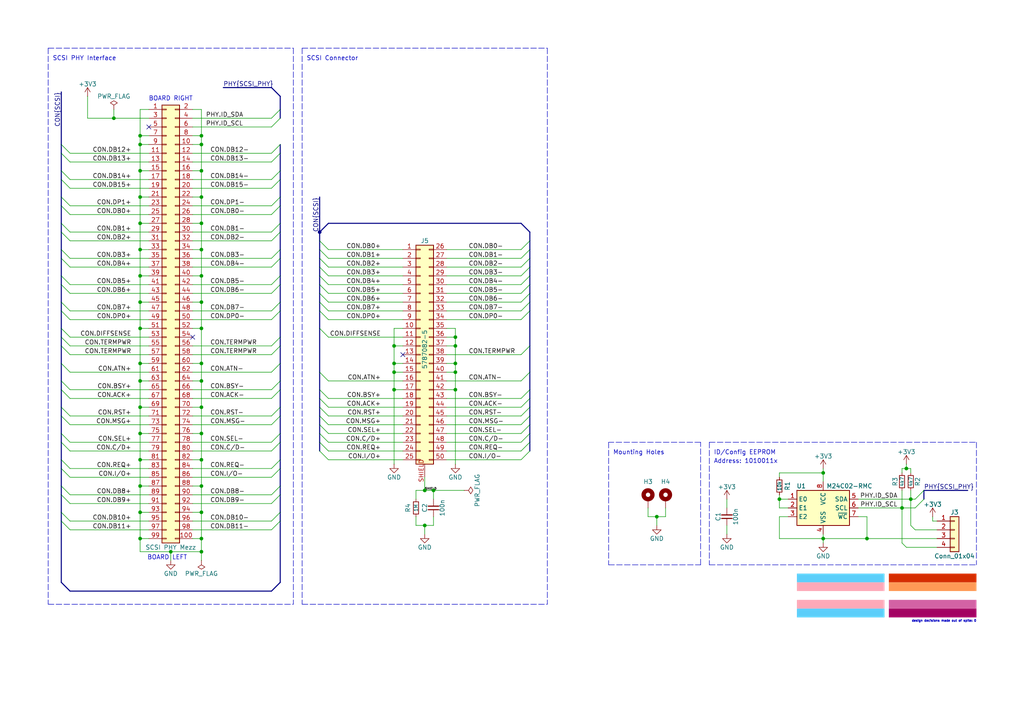
<source format=kicad_sch>
(kicad_sch (version 20231120) (generator "eeschema") (generator_version "8.0")
  (paper "A4")
  (title_block (title "Squishy -  SCSI LVD/MSE/SE HD 50 Connector Module") (date "2024-09-17") (rev "1") (company "Shrine Maiden Heavy Industries") (comment 1 "License:  CERN-OHL-S") (comment 2 "© 2024 Aki 'lethalbit' Van Ness, et. al.") (comment 4 "Squishy - SCSI Multitool"))
  (bus_alias "SCSI" (members "DB0+" "DB0-" "DB1+" "DB1-" "DB2+" "DB2-" "DB3+" "DB3-" "DB4+" "DB4-" "DB5+" "DB5-" "DB6+" "DB6-" "DB7+" "DB7-" "DB8+" "DB8-" "DB9+" "DB9-" "DB10+" "DB10-" "DB11+" "DB11-" "DB12+" "DB12-" "DB13+" "DB13-" "DB14+" "DB14-" "DB15+" "DB15-" "DP0+" "DP0-" "DP1+" "DP1-" "ATN+" "ATN-" "BSY+" "BSY-" "ACK+" "ACK-" "RST+" "RST-" "MSG+" "MSG-" "SEL+" "SEL-" "C/D+" "C/D-" "REQ+" "REQ-" "I/O+" "I/O-" "DIFFSENSE" "TERMPWR"))
  (bus_alias "SCSI_PHY" (members "DB[0..15]" "DP[0..1]" "ATN" "BSY" "ACK" "RST" "MSG" "SEL" "C/D" "REQ" "I/O" "ID_SDA" "ID_SCL" "~{PHY_PRSNT}" "TERMPW_EN" "LS_CTRL[0..5]" "DBL_DIR" "DBH_DIR" "INIT_DIR" "TRGT_DIR" "SEL_DIR" "RST_DIR" "BSY_DIR"))
  (junction (at 40.64 87.63))
  (junction (at 40.64 41.91))
  (junction (at 226.06 144.78))
  (junction (at 40.64 133.35))
  (junction (at 58.42 80.01))
  (junction (at 125.73 142.24))
  (junction (at 114.3 105.41))
  (junction (at 238.76 137.16))
  (junction (at 58.42 64.77))
  (junction (at 132.08 113.03))
  (junction (at 114.3 107.95))
  (junction (at 123.19 152.4))
  (junction (at 58.42 118.11))
  (junction (at 40.64 110.49))
  (junction (at 40.64 148.59))
  (junction (at 58.42 41.91))
  (junction (at 58.42 133.35))
  (junction (at 123.19 142.24))
  (junction (at 40.64 95.25))
  (junction (at 190.5 149.86))
  (junction (at 261.62 147.32))
  (junction (at 58.42 125.73))
  (junction (at 40.64 64.77))
  (junction (at 132.08 105.41))
  (junction (at 58.42 87.63))
  (junction (at 132.08 97.79))
  (junction (at 40.64 39.37))
  (junction (at 114.3 113.03))
  (junction (at 40.64 156.21))
  (junction (at 58.42 140.97))
  (junction (at 58.42 49.53))
  (junction (at 262.89 135.89))
  (junction (at 58.42 72.39))
  (junction (at 264.16 144.78))
  (junction (at 40.64 140.97))
  (junction (at 40.64 72.39))
  (junction (at 132.08 107.95))
  (junction (at 58.42 39.37))
  (junction (at 58.42 110.49))
  (junction (at 114.3 100.33))
  (junction (at 40.64 118.11))
  (junction (at 40.64 57.15))
  (junction (at 251.46 156.21))
  (junction (at 58.42 105.41))
  (junction (at 238.76 156.21))
  (junction (at 58.42 160.02))
  (junction (at 58.42 57.15))
  (junction (at 58.42 148.59))
  (junction (at 49.53 160.02))
  (junction (at 40.64 80.01))
  (junction (at 40.64 125.73))
  (junction (at 58.42 156.21))
  (junction (at 33.02 34.29))
  (junction (at 58.42 95.25))
  (junction (at 132.08 100.33))
  (junction (at 92.71 67.31))
  (junction (at 40.64 49.53))
  (junction (at 40.64 105.41))
  (no_connect (at 55.88 97.79))
  (no_connect (at 116.84 102.87))
  (no_connect (at 43.18 36.83))
  (bus_entry (at 17.78 44.45) (size 2.54 2.54))
  (bus_entry (at 81.28 82.55) (size -2.54 2.54))
  (bus_entry (at 92.71 77.47) (size 2.54 2.54))
  (bus_entry (at 153.67 107.95) (size -2.54 2.54))
  (bus_entry (at 153.67 115.57) (size -2.54 2.54))
  (bus_entry (at 17.78 135.89) (size 2.54 2.54))
  (bus_entry (at 81.28 80.01) (size -2.54 2.54))
  (bus_entry (at 92.71 82.55) (size 2.54 2.54))
  (bus_entry (at 17.78 74.93) (size 2.54 2.54))
  (bus_entry (at 92.71 87.63) (size 2.54 2.54))
  (bus_entry (at 81.28 100.33) (size -2.54 2.54))
  (bus_entry (at 92.71 123.19) (size 2.54 2.54))
  (bus_entry (at 153.67 77.47) (size -2.54 2.54))
  (bus_entry (at 81.28 64.77) (size -2.54 2.54))
  (bus_entry (at 81.28 135.89) (size -2.54 2.54))
  (bus_entry (at 17.78 95.25) (size 2.54 2.54))
  (bus_entry (at 267.97 144.78) (size -2.54 2.54))
  (bus_entry (at 153.67 130.81) (size -2.54 2.54))
  (bus_entry (at 81.28 97.79) (size -2.54 2.54))
  (bus_entry (at 153.67 118.11) (size -2.54 2.54))
  (bus_entry (at 81.28 128.27) (size -2.54 2.54))
  (bus_entry (at 81.28 118.11) (size -2.54 2.54))
  (bus_entry (at 92.71 107.95) (size 2.54 2.54))
  (bus_entry (at 17.78 125.73) (size 2.54 2.54))
  (bus_entry (at 81.28 110.49) (size -2.54 2.54))
  (bus_entry (at 81.28 143.51) (size -2.54 2.54))
  (bus_entry (at 153.67 87.63) (size -2.54 2.54))
  (bus_entry (at 17.78 140.97) (size 2.54 2.54))
  (bus_entry (at 17.78 49.53) (size 2.54 2.54))
  (bus_entry (at 81.28 125.73) (size -2.54 2.54))
  (bus_entry (at 153.67 85.09) (size -2.54 2.54))
  (bus_entry (at 17.78 118.11) (size 2.54 2.54))
  (bus_entry (at 17.78 64.77) (size 2.54 2.54))
  (bus_entry (at 153.67 72.39) (size -2.54 2.54))
  (bus_entry (at 92.71 113.03) (size 2.54 2.54))
  (bus_entry (at 92.71 130.81) (size 2.54 2.54))
  (bus_entry (at 81.28 52.07) (size -2.54 2.54))
  (bus_entry (at 92.71 74.93) (size 2.54 2.54))
  (bus_entry (at 81.28 74.93) (size -2.54 2.54))
  (bus_entry (at 153.67 90.17) (size -2.54 2.54))
  (bus_entry (at 153.67 120.65) (size -2.54 2.54))
  (bus_entry (at 92.71 128.27) (size 2.54 2.54))
  (bus_entry (at 81.28 90.17) (size -2.54 2.54))
  (bus_entry (at 17.78 87.63) (size 2.54 2.54))
  (bus_entry (at 81.28 87.63) (size -2.54 2.54))
  (bus_entry (at 17.78 82.55) (size 2.54 2.54))
  (bus_entry (at 153.67 82.55) (size -2.54 2.54))
  (bus_entry (at 17.78 148.59) (size 2.54 2.54))
  (bus_entry (at 17.78 57.15) (size 2.54 2.54))
  (bus_entry (at 153.67 125.73) (size -2.54 2.54))
  (bus_entry (at 17.78 59.69) (size 2.54 2.54))
  (bus_entry (at 81.28 44.45) (size -2.54 2.54))
  (bus_entry (at 267.97 142.24) (size -2.54 2.54))
  (bus_entry (at 17.78 90.17) (size 2.54 2.54))
  (bus_entry (at 92.71 118.11) (size 2.54 2.54))
  (bus_entry (at 81.28 59.69) (size -2.54 2.54))
  (bus_entry (at 17.78 113.03) (size 2.54 2.54))
  (bus_entry (at 92.71 95.25) (size 2.54 2.54))
  (bus_entry (at 153.67 123.19) (size -2.54 2.54))
  (bus_entry (at 17.78 105.41) (size 2.54 2.54))
  (bus_entry (at 92.71 120.65) (size 2.54 2.54))
  (bus_entry (at 81.28 113.03) (size -2.54 2.54))
  (bus_entry (at 17.78 52.07) (size 2.54 2.54))
  (bus_entry (at 17.78 110.49) (size 2.54 2.54))
  (bus_entry (at 17.78 72.39) (size 2.54 2.54))
  (bus_entry (at 153.67 69.85) (size -2.54 2.54))
  (bus_entry (at 153.67 128.27) (size -2.54 2.54))
  (bus_entry (at 81.28 120.65) (size -2.54 2.54))
  (bus_entry (at 81.28 34.29) (size -2.54 2.54))
  (bus_entry (at 92.71 125.73) (size 2.54 2.54))
  (bus_entry (at 81.28 57.15) (size -2.54 2.54))
  (bus_entry (at 17.78 80.01) (size 2.54 2.54))
  (bus_entry (at 17.78 41.91) (size 2.54 2.54))
  (bus_entry (at 153.67 113.03) (size -2.54 2.54))
  (bus_entry (at 81.28 41.91) (size -2.54 2.54))
  (bus_entry (at 92.71 69.85) (size 2.54 2.54))
  (bus_entry (at 17.78 151.13) (size 2.54 2.54))
  (bus_entry (at 153.67 74.93) (size -2.54 2.54))
  (bus_entry (at 92.71 115.57) (size 2.54 2.54))
  (bus_entry (at 92.71 72.39) (size 2.54 2.54))
  (bus_entry (at 81.28 31.75) (size -2.54 2.54))
  (bus_entry (at 81.28 151.13) (size -2.54 2.54))
  (bus_entry (at 81.28 72.39) (size -2.54 2.54))
  (bus_entry (at 92.71 90.17) (size 2.54 2.54))
  (bus_entry (at 81.28 148.59) (size -2.54 2.54))
  (bus_entry (at 17.78 97.79) (size 2.54 2.54))
  (bus_entry (at 92.71 85.09) (size 2.54 2.54))
  (bus_entry (at 17.78 100.33) (size 2.54 2.54))
  (bus_entry (at 81.28 49.53) (size -2.54 2.54))
  (bus_entry (at 17.78 120.65) (size 2.54 2.54))
  (bus_entry (at 153.67 100.33) (size -2.54 2.54))
  (bus_entry (at 153.67 80.01) (size -2.54 2.54))
  (bus_entry (at 92.71 80.01) (size 2.54 2.54))
  (bus_entry (at 17.78 67.31) (size 2.54 2.54))
  (bus_entry (at 17.78 128.27) (size 2.54 2.54))
  (bus_entry (at 17.78 133.35) (size 2.54 2.54))
  (bus_entry (at 81.28 105.41) (size -2.54 2.54))
  (bus_entry (at 81.28 67.31) (size -2.54 2.54))
  (bus_entry (at 81.28 140.97) (size -2.54 2.54))
  (bus_entry (at 17.78 143.51) (size 2.54 2.54))
  (bus_entry (at 81.28 133.35) (size -2.54 2.54))
  (bus (pts (xy 153.67 115.57) (xy 153.67 118.11)))
  (bus (pts (xy 95.25 64.77) (xy 151.13 64.77)))
  (wire (pts (xy 114.3 105.41) (xy 116.84 105.41)))
  (wire (pts (xy 20.32 92.71) (xy 43.18 92.71)))
  (bus (pts (xy 92.71 113.03) (xy 92.71 115.57)))
  (wire (pts (xy 20.32 67.31) (xy 43.18 67.31)))
  (wire (pts (xy 20.32 146.05) (xy 43.18 146.05)))
  (wire (pts (xy 55.88 156.21) (xy 58.42 156.21)))
  (wire (pts (xy 20.32 97.79) (xy 43.18 97.79)))
  (wire (pts (xy 55.88 31.75) (xy 58.42 31.75)))
  (wire (pts (xy 129.54 128.27) (xy 151.13 128.27)))
  (wire (pts (xy 78.74 115.57) (xy 55.88 115.57)))
  (wire (pts (xy 129.54 97.79) (xy 132.08 97.79)))
  (wire (pts (xy 78.74 102.87) (xy 55.88 102.87)))
  (wire (pts (xy 55.88 57.15) (xy 58.42 57.15)))
  (bus (pts (xy 81.28 120.65) (xy 81.28 125.73)))
  (wire (pts (xy 20.32 123.19) (xy 43.18 123.19)))
  (bus (pts (xy 92.71 123.19) (xy 92.71 125.73)))
  (wire (pts (xy 58.42 87.63) (xy 58.42 95.25)))
  (wire (pts (xy 132.08 105.41) (xy 132.08 107.95)))
  (bus (pts (xy 92.71 69.85) (xy 92.71 72.39)))
  (bus (pts (xy 81.28 82.55) (xy 81.28 87.63)))
  (wire (pts (xy 78.74 74.93) (xy 55.88 74.93)))
  (polyline (pts (xy 176.53 128.27) (xy 176.53 163.83)) (stroke (width 0) (type dash)))
  (bus (pts (xy 17.78 95.25) (xy 17.78 97.79)))
  (wire (pts (xy 226.06 143.51) (xy 226.06 144.78)))
  (wire (pts (xy 129.54 133.35) (xy 151.13 133.35)))
  (bus (pts (xy 81.28 97.79) (xy 81.28 100.33)))
  (wire (pts (xy 129.54 125.73) (xy 151.13 125.73)))
  (bus (pts (xy 153.67 80.01) (xy 153.67 82.55)))
  (wire (pts (xy 20.32 62.23) (xy 43.18 62.23)))
  (wire (pts (xy 129.54 120.65) (xy 151.13 120.65)))
  (wire (pts (xy 251.46 149.86) (xy 251.46 156.21)))
  (wire (pts (xy 264.16 142.24) (xy 264.16 144.78)))
  (wire (pts (xy 55.88 110.49) (xy 58.42 110.49)))
  (wire (pts (xy 49.53 160.02) (xy 49.53 162.56)))
  (wire (pts (xy 55.88 41.91) (xy 58.42 41.91)))
  (wire (pts (xy 78.74 113.03) (xy 55.88 113.03)))
  (bus (pts (xy 92.71 115.57) (xy 92.71 118.11)))
  (wire (pts (xy 78.74 153.67) (xy 55.88 153.67)))
  (wire (pts (xy 78.74 62.23) (xy 55.88 62.23)))
  (wire (pts (xy 25.4 27.94) (xy 25.4 34.29)))
  (wire (pts (xy 43.18 57.15) (xy 40.64 57.15)))
  (bus (pts (xy 81.28 100.33) (xy 81.28 105.41)))
  (bus (pts (xy 20.32 171.45) (xy 78.74 171.45)))
  (bus (pts (xy 17.78 133.35) (xy 17.78 135.89)))
  (wire (pts (xy 33.02 34.29) (xy 43.18 34.29)))
  (bus (pts (xy 81.28 118.11) (xy 81.28 120.65)))
  (wire (pts (xy 40.64 64.77) (xy 40.64 72.39)))
  (wire (pts (xy 270.51 151.13) (xy 271.78 151.13)))
  (wire (pts (xy 270.51 149.86) (xy 270.51 151.13)))
  (wire (pts (xy 20.32 69.85) (xy 43.18 69.85)))
  (bus (pts (xy 153.67 125.73) (xy 153.67 128.27)))
  (wire (pts (xy 58.42 41.91) (xy 58.42 49.53)))
  (wire (pts (xy 129.54 115.57) (xy 151.13 115.57)))
  (wire (pts (xy 116.84 95.25) (xy 114.3 95.25)))
  (wire (pts (xy 114.3 107.95) (xy 114.3 113.03)))
  (wire (pts (xy 95.25 128.27) (xy 116.84 128.27)))
  (polyline (pts (xy 87.63 13.97) (xy 87.63 175.26)) (stroke (width 0) (type dash)))
  (wire (pts (xy 78.74 67.31) (xy 55.88 67.31)))
  (bus (pts (xy 17.78 120.65) (xy 17.78 125.73)))
  (bus (pts (xy 81.28 128.27) (xy 81.28 133.35)))
  (wire (pts (xy 40.64 49.53) (xy 40.64 57.15)))
  (bus (pts (xy 81.28 64.77) (xy 81.28 67.31)))
  (wire (pts (xy 265.43 153.67) (xy 264.16 152.4)))
  (bus (pts (xy 153.67 74.93) (xy 153.67 77.47)))
  (wire (pts (xy 114.3 113.03) (xy 114.3 134.62)))
  (wire (pts (xy 40.64 160.02) (xy 49.53 160.02)))
  (wire (pts (xy 20.32 77.47) (xy 43.18 77.47)))
  (wire (pts (xy 40.64 72.39) (xy 40.64 80.01)))
  (bus (pts (xy 81.28 59.69) (xy 81.28 64.77)))
  (bus (pts (xy 81.28 49.53) (xy 81.28 52.07)))
  (wire (pts (xy 25.4 34.29) (xy 33.02 34.29)))
  (wire (pts (xy 58.42 80.01) (xy 58.42 87.63)))
  (wire (pts (xy 43.18 95.25) (xy 40.64 95.25)))
  (wire (pts (xy 129.54 95.25) (xy 132.08 95.25)))
  (bus (pts (xy 17.78 105.41) (xy 17.78 110.49)))
  (bus (pts (xy 81.28 27.94) (xy 81.28 31.75)))
  (bus (pts (xy 153.67 69.85) (xy 153.67 72.39)))
  (wire (pts (xy 226.06 149.86) (xy 226.06 156.21)))
  (wire (pts (xy 78.74 77.47) (xy 55.88 77.47)))
  (wire (pts (xy 78.74 85.09) (xy 55.88 85.09)))
  (polyline (pts (xy 158.75 13.97) (xy 158.75 175.26)) (stroke (width 0) (type dash)))
  (wire (pts (xy 40.64 41.91) (xy 40.64 49.53)))
  (bus (pts (xy 17.78 118.11) (xy 17.78 120.65)))
  (wire (pts (xy 78.74 90.17) (xy 55.88 90.17)))
  (wire (pts (xy 33.02 31.75) (xy 33.02 34.29)))
  (wire (pts (xy 114.3 95.25) (xy 114.3 100.33)))
  (bus (pts (xy 17.78 110.49) (xy 17.78 113.03)))
  (wire (pts (xy 262.89 135.89) (xy 264.16 135.89)))
  (wire (pts (xy 55.88 87.63) (xy 58.42 87.63)))
  (wire (pts (xy 55.88 125.73) (xy 58.42 125.73)))
  (bus (pts (xy 81.28 31.75) (xy 81.28 34.29)))
  (wire (pts (xy 187.96 147.32) (xy 187.96 149.86)))
  (wire (pts (xy 226.06 144.78) (xy 228.6 144.78)))
  (wire (pts (xy 55.88 72.39) (xy 58.42 72.39)))
  (wire (pts (xy 114.3 105.41) (xy 114.3 107.95)))
  (bus (pts (xy 267.97 142.24) (xy 280.67 142.24)))
  (bus (pts (xy 153.67 67.31) (xy 153.67 69.85)))
  (wire (pts (xy 262.89 134.62) (xy 262.89 135.89)))
  (wire (pts (xy 95.25 85.09) (xy 116.84 85.09)))
  (wire (pts (xy 58.42 49.53) (xy 58.42 57.15)))
  (wire (pts (xy 129.54 105.41) (xy 132.08 105.41)))
  (wire (pts (xy 251.46 156.21) (xy 271.78 156.21)))
  (wire (pts (xy 43.18 64.77) (xy 40.64 64.77)))
  (bus (pts (xy 17.78 135.89) (xy 17.78 140.97)))
  (wire (pts (xy 271.78 153.67) (xy 265.43 153.67)))
  (wire (pts (xy 129.54 130.81) (xy 151.13 130.81)))
  (bus (pts (xy 153.67 87.63) (xy 153.67 90.17)))
  (wire (pts (xy 78.74 120.65) (xy 55.88 120.65)))
  (wire (pts (xy 58.42 95.25) (xy 58.42 105.41)))
  (polyline (pts (xy 13.97 13.97) (xy 13.97 175.26)) (stroke (width 0) (type dash)))
  (wire (pts (xy 43.18 110.49) (xy 40.64 110.49)))
  (wire (pts (xy 78.74 128.27) (xy 55.88 128.27)))
  (bus (pts (xy 81.28 80.01) (xy 81.28 82.55)))
  (wire (pts (xy 58.42 156.21) (xy 58.42 160.02)))
  (wire (pts (xy 129.54 82.55) (xy 151.13 82.55)))
  (polyline (pts (xy 85.09 13.97) (xy 85.09 175.26)) (stroke (width 0) (type dash)))
  (bus (pts (xy 17.78 49.53) (xy 17.78 52.07)))
  (wire (pts (xy 55.88 118.11) (xy 58.42 118.11)))
  (wire (pts (xy 78.74 46.99) (xy 55.88 46.99)))
  (wire (pts (xy 40.64 110.49) (xy 40.64 118.11)))
  (wire (pts (xy 20.32 128.27) (xy 43.18 128.27)))
  (wire (pts (xy 55.88 36.83) (xy 78.74 36.83)))
  (bus (pts (xy 151.13 64.77) (xy 153.67 67.31)))
  (wire (pts (xy 20.32 113.03) (xy 43.18 113.03)))
  (wire (pts (xy 55.88 105.41) (xy 58.42 105.41)))
  (wire (pts (xy 95.25 125.73) (xy 116.84 125.73)))
  (wire (pts (xy 95.25 133.35) (xy 116.84 133.35)))
  (wire (pts (xy 55.88 39.37) (xy 58.42 39.37)))
  (wire (pts (xy 40.64 133.35) (xy 40.64 140.97)))
  (bus (pts (xy 153.67 72.39) (xy 153.67 74.93)))
  (wire (pts (xy 55.88 80.01) (xy 58.42 80.01)))
  (wire (pts (xy 20.32 85.09) (xy 43.18 85.09)))
  (bus (pts (xy 153.67 123.19) (xy 153.67 125.73)))
  (wire (pts (xy 261.62 147.32) (xy 265.43 147.32)))
  (wire (pts (xy 58.42 140.97) (xy 58.42 148.59)))
  (wire (pts (xy 43.18 72.39) (xy 40.64 72.39)))
  (wire (pts (xy 129.54 100.33) (xy 132.08 100.33)))
  (wire (pts (xy 40.64 31.75) (xy 40.64 39.37)))
  (bus (pts (xy 81.28 67.31) (xy 81.28 72.39)))
  (wire (pts (xy 129.54 118.11) (xy 151.13 118.11)))
  (wire (pts (xy 95.25 118.11) (xy 116.84 118.11)))
  (polyline (pts (xy 203.2 163.83) (xy 203.2 128.27)) (stroke (width 0) (type dash)))
  (wire (pts (xy 125.73 149.86) (xy 125.73 152.4)))
  (wire (pts (xy 95.25 120.65) (xy 116.84 120.65)))
  (wire (pts (xy 43.18 125.73) (xy 40.64 125.73)))
  (wire (pts (xy 125.73 144.78) (xy 125.73 142.24)))
  (wire (pts (xy 55.88 133.35) (xy 58.42 133.35)))
  (bus (pts (xy 17.78 140.97) (xy 17.78 143.51)))
  (bus (pts (xy 17.78 148.59) (xy 17.78 151.13)))
  (wire (pts (xy 95.25 82.55) (xy 116.84 82.55)))
  (bus (pts (xy 81.28 135.89) (xy 81.28 140.97)))
  (bus (pts (xy 92.71 85.09) (xy 92.71 87.63)))
  (wire (pts (xy 20.32 120.65) (xy 43.18 120.65)))
  (wire (pts (xy 132.08 95.25) (xy 132.08 97.79)))
  (wire (pts (xy 55.88 148.59) (xy 58.42 148.59)))
  (wire (pts (xy 210.82 152.4) (xy 210.82 154.94)))
  (polyline (pts (xy 205.74 163.83) (xy 283.21 163.83)) (stroke (width 0) (type dash)))
  (polyline (pts (xy 13.97 175.26) (xy 85.09 175.26)) (stroke (width 0) (type dash)))
  (wire (pts (xy 132.08 100.33) (xy 132.08 105.41)))
  (bus (pts (xy 17.78 168.91) (xy 20.32 171.45)))
  (polyline (pts (xy 176.53 163.83) (xy 203.2 163.83)) (stroke (width 0) (type dash)))
  (wire (pts (xy 120.65 144.78) (xy 120.65 142.24)))
  (bus (pts (xy 92.71 67.31) (xy 92.71 69.85)))
  (wire (pts (xy 95.25 110.49) (xy 116.84 110.49)))
  (bus (pts (xy 153.67 107.95) (xy 153.67 113.03)))
  (polyline (pts (xy 13.97 13.97) (xy 85.09 13.97)) (stroke (width 0) (type dash)))
  (wire (pts (xy 20.32 153.67) (xy 43.18 153.67)))
  (wire (pts (xy 95.25 97.79) (xy 116.84 97.79)))
  (wire (pts (xy 123.19 142.24) (xy 125.73 142.24)))
  (wire (pts (xy 120.65 142.24) (xy 123.19 142.24)))
  (bus (pts (xy 17.78 64.77) (xy 17.78 67.31)))
  (polyline (pts (xy 205.74 128.27) (xy 283.21 128.27)) (stroke (width 0) (type dash)))
  (wire (pts (xy 43.18 80.01) (xy 40.64 80.01)))
  (wire (pts (xy 20.32 135.89) (xy 43.18 135.89)))
  (wire (pts (xy 95.25 74.93) (xy 116.84 74.93)))
  (wire (pts (xy 226.06 156.21) (xy 238.76 156.21)))
  (wire (pts (xy 78.74 138.43) (xy 55.88 138.43)))
  (bus (pts (xy 17.78 100.33) (xy 17.78 105.41)))
  (bus (pts (xy 17.78 72.39) (xy 17.78 74.93)))
  (wire (pts (xy 132.08 107.95) (xy 132.08 113.03)))
  (wire (pts (xy 271.78 158.75) (xy 262.89 158.75)))
  (wire (pts (xy 95.25 72.39) (xy 116.84 72.39)))
  (wire (pts (xy 114.3 113.03) (xy 116.84 113.03)))
  (wire (pts (xy 261.62 135.89) (xy 261.62 137.16)))
  (wire (pts (xy 129.54 87.63) (xy 151.13 87.63)))
  (bus (pts (xy 92.71 95.25) (xy 92.71 107.95)))
  (wire (pts (xy 20.32 100.33) (xy 43.18 100.33)))
  (bus (pts (xy 81.28 72.39) (xy 81.28 74.93)))
  (wire (pts (xy 95.25 92.71) (xy 116.84 92.71)))
  (bus (pts (xy 17.78 82.55) (xy 17.78 87.63)))
  (bus (pts (xy 17.78 44.45) (xy 17.78 49.53)))
  (bus (pts (xy 92.71 67.31) (xy 92.71 57.15)))
  (bus (pts (xy 92.71 128.27) (xy 92.71 130.81)))
  (bus (pts (xy 153.67 128.27) (xy 153.67 130.81)))
  (bus (pts (xy 17.78 90.17) (xy 17.78 95.25)))
  (bus (pts (xy 17.78 52.07) (xy 17.78 57.15)))
  (bus (pts (xy 267.97 144.78) (xy 267.97 142.24)))
  (wire (pts (xy 95.25 80.01) (xy 116.84 80.01)))
  (wire (pts (xy 129.54 92.71) (xy 151.13 92.71)))
  (bus (pts (xy 81.28 87.63) (xy 81.28 90.17)))
  (wire (pts (xy 55.88 34.29) (xy 78.74 34.29)))
  (bus (pts (xy 17.78 97.79) (xy 17.78 100.33)))
  (wire (pts (xy 40.64 80.01) (xy 40.64 87.63)))
  (bus (pts (xy 81.28 41.91) (xy 81.28 44.45)))
  (bus (pts (xy 17.78 87.63) (xy 17.78 90.17)))
  (wire (pts (xy 132.08 97.79) (xy 132.08 100.33)))
  (bus (pts (xy 78.74 171.45) (xy 81.28 168.91)))
  (bus (pts (xy 81.28 57.15) (xy 81.28 59.69)))
  (bus (pts (xy 17.78 113.03) (xy 17.78 118.11)))
  (wire (pts (xy 78.74 92.71) (xy 55.88 92.71)))
  (wire (pts (xy 95.25 123.19) (xy 116.84 123.19)))
  (wire (pts (xy 58.42 57.15) (xy 58.42 64.77)))
  (wire (pts (xy 129.54 74.93) (xy 151.13 74.93)))
  (wire (pts (xy 55.88 140.97) (xy 58.42 140.97)))
  (bus (pts (xy 78.74 25.4) (xy 81.28 27.94)))
  (wire (pts (xy 58.42 31.75) (xy 58.42 39.37)))
  (bus (pts (xy 81.28 90.17) (xy 81.28 97.79)))
  (wire (pts (xy 125.73 142.24) (xy 134.62 142.24)))
  (wire (pts (xy 20.32 138.43) (xy 43.18 138.43)))
  (wire (pts (xy 114.3 100.33) (xy 116.84 100.33)))
  (wire (pts (xy 95.25 90.17) (xy 116.84 90.17)))
  (wire (pts (xy 20.32 82.55) (xy 43.18 82.55)))
  (wire (pts (xy 58.42 118.11) (xy 58.42 125.73)))
  (wire (pts (xy 40.64 118.11) (xy 40.64 125.73)))
  (bus (pts (xy 92.71 90.17) (xy 92.71 95.25)))
  (wire (pts (xy 40.64 156.21) (xy 40.64 160.02)))
  (bus (pts (xy 92.71 118.11) (xy 92.71 120.65)))
  (wire (pts (xy 238.76 154.94) (xy 238.76 156.21)))
  (wire (pts (xy 20.32 115.57) (xy 43.18 115.57)))
  (wire (pts (xy 55.88 95.25) (xy 58.42 95.25)))
  (wire (pts (xy 129.54 77.47) (xy 151.13 77.47)))
  (bus (pts (xy 17.78 41.91) (xy 17.78 44.45)))
  (wire (pts (xy 120.65 152.4) (xy 123.19 152.4)))
  (bus (pts (xy 92.71 120.65) (xy 92.71 123.19)))
  (wire (pts (xy 264.16 144.78) (xy 264.16 152.4)))
  (bus (pts (xy 92.71 107.95) (xy 92.71 113.03)))
  (wire (pts (xy 78.74 59.69) (xy 55.88 59.69)))
  (wire (pts (xy 264.16 135.89) (xy 264.16 137.16)))
  (wire (pts (xy 78.74 146.05) (xy 55.88 146.05)))
  (wire (pts (xy 129.54 113.03) (xy 132.08 113.03)))
  (wire (pts (xy 78.74 130.81) (xy 55.88 130.81)))
  (wire (pts (xy 78.74 151.13) (xy 55.88 151.13)))
  (bus (pts (xy 81.28 125.73) (xy 81.28 128.27)))
  (wire (pts (xy 40.64 148.59) (xy 40.64 156.21)))
  (wire (pts (xy 193.04 147.32) (xy 193.04 149.86)))
  (wire (pts (xy 95.25 77.47) (xy 116.84 77.47)))
  (bus (pts (xy 92.71 125.73) (xy 92.71 128.27)))
  (wire (pts (xy 58.42 160.02) (xy 58.42 162.56)))
  (wire (pts (xy 58.42 148.59) (xy 58.42 156.21)))
  (wire (pts (xy 226.06 137.16) (xy 226.06 138.43)))
  (wire (pts (xy 129.54 110.49) (xy 151.13 110.49)))
  (wire (pts (xy 123.19 154.94) (xy 123.19 152.4)))
  (wire (pts (xy 43.18 87.63) (xy 40.64 87.63)))
  (wire (pts (xy 129.54 107.95) (xy 132.08 107.95)))
  (wire (pts (xy 238.76 135.89) (xy 238.76 137.16)))
  (wire (pts (xy 40.64 140.97) (xy 40.64 148.59)))
  (wire (pts (xy 114.3 100.33) (xy 114.3 105.41)))
  (wire (pts (xy 151.13 102.87) (xy 129.54 102.87)))
  (wire (pts (xy 78.74 69.85) (xy 55.88 69.85)))
  (wire (pts (xy 20.32 54.61) (xy 43.18 54.61)))
  (bus (pts (xy 81.28 110.49) (xy 81.28 113.03)))
  (bus (pts (xy 153.67 77.47) (xy 153.67 80.01)))
  (wire (pts (xy 190.5 149.86) (xy 193.04 149.86)))
  (wire (pts (xy 58.42 39.37) (xy 58.42 41.91)))
  (bus (pts (xy 153.67 90.17) (xy 153.67 100.33)))
  (wire (pts (xy 248.92 147.32) (xy 261.62 147.32)))
  (wire (pts (xy 78.74 123.19) (xy 55.88 123.19)))
  (bus (pts (xy 81.28 151.13) (xy 81.28 168.91)))
  (wire (pts (xy 20.32 90.17) (xy 43.18 90.17)))
  (wire (pts (xy 20.32 74.93) (xy 43.18 74.93)))
  (wire (pts (xy 132.08 113.03) (xy 132.08 134.62)))
  (wire (pts (xy 43.18 31.75) (xy 40.64 31.75)))
  (wire (pts (xy 261.62 142.24) (xy 261.62 147.32)))
  (wire (pts (xy 58.42 72.39) (xy 58.42 80.01)))
  (wire (pts (xy 40.64 105.41) (xy 43.18 105.41)))
  (wire (pts (xy 78.74 143.51) (xy 55.88 143.51)))
  (wire (pts (xy 190.5 149.86) (xy 190.5 152.4)))
  (wire (pts (xy 40.64 125.73) (xy 40.64 133.35)))
  (wire (pts (xy 95.25 87.63) (xy 116.84 87.63)))
  (bus (pts (xy 153.67 82.55) (xy 153.67 85.09)))
  (wire (pts (xy 40.64 156.21) (xy 43.18 156.21)))
  (bus (pts (xy 17.78 125.73) (xy 17.78 128.27)))
  (bus (pts (xy 92.71 77.47) (xy 92.71 80.01)))
  (bus (pts (xy 81.28 44.45) (xy 81.28 49.53)))
  (wire (pts (xy 226.06 147.32) (xy 228.6 147.32)))
  (bus (pts (xy 17.78 57.15) (xy 17.78 59.69)))
  (wire (pts (xy 43.18 118.11) (xy 40.64 118.11)))
  (wire (pts (xy 262.89 158.75) (xy 261.62 157.48)))
  (wire (pts (xy 261.62 135.89) (xy 262.89 135.89)))
  (bus (pts (xy 81.28 133.35) (xy 81.28 135.89)))
  (wire (pts (xy 78.74 44.45) (xy 55.88 44.45)))
  (wire (pts (xy 129.54 85.09) (xy 151.13 85.09)))
  (wire (pts (xy 20.32 102.87) (xy 43.18 102.87)))
  (wire (pts (xy 226.06 149.86) (xy 228.6 149.86)))
  (wire (pts (xy 123.19 138.43) (xy 123.19 142.24)))
  (wire (pts (xy 78.74 100.33) (xy 55.88 100.33)))
  (bus (pts (xy 92.71 87.63) (xy 92.71 90.17)))
  (bus (pts (xy 92.71 74.93) (xy 92.71 77.47)))
  (wire (pts (xy 120.65 149.86) (xy 120.65 152.4)))
  (bus (pts (xy 17.78 26.67) (xy 17.78 41.91)))
  (wire (pts (xy 20.32 46.99) (xy 43.18 46.99)))
  (wire (pts (xy 43.18 41.91) (xy 40.64 41.91)))
  (polyline (pts (xy 87.63 175.26) (xy 158.75 175.26)) (stroke (width 0) (type dash)))
  (bus (pts (xy 17.78 67.31) (xy 17.78 72.39)))
  (wire (pts (xy 95.25 130.81) (xy 116.84 130.81)))
  (wire (pts (xy 20.32 143.51) (xy 43.18 143.51)))
  (wire (pts (xy 238.76 156.21) (xy 251.46 156.21)))
  (wire (pts (xy 58.42 133.35) (xy 58.42 140.97)))
  (wire (pts (xy 238.76 156.21) (xy 238.76 157.48)))
  (bus (pts (xy 153.67 118.11) (xy 153.67 120.65)))
  (wire (pts (xy 40.64 148.59) (xy 43.18 148.59)))
  (bus (pts (xy 92.71 67.31) (xy 95.25 64.77)))
  (bus (pts (xy 17.78 74.93) (xy 17.78 80.01)))
  (bus (pts (xy 81.28 148.59) (xy 81.28 151.13)))
  (bus (pts (xy 92.71 72.39) (xy 92.71 74.93)))
  (bus (pts (xy 17.78 151.13) (xy 17.78 168.91)))
  (wire (pts (xy 226.06 137.16) (xy 238.76 137.16)))
  (bus (pts (xy 81.28 52.07) (xy 81.28 57.15)))
  (wire (pts (xy 40.64 105.41) (xy 40.64 110.49)))
  (polyline (pts (xy 205.74 128.27) (xy 205.74 163.83)) (stroke (width 0) (type dash)))
  (wire (pts (xy 129.54 123.19) (xy 151.13 123.19)))
  (bus (pts (xy 153.67 113.03) (xy 153.67 115.57)))
  (wire (pts (xy 20.32 44.45) (xy 43.18 44.45)))
  (wire (pts (xy 40.64 39.37) (xy 40.64 41.91)))
  (wire (pts (xy 58.42 110.49) (xy 58.42 118.11)))
  (wire (pts (xy 261.62 147.32) (xy 261.62 157.48)))
  (bus (pts (xy 17.78 80.01) (xy 17.78 82.55)))
  (wire (pts (xy 264.16 144.78) (xy 265.43 144.78)))
  (polyline (pts (xy 283.21 128.27) (xy 283.21 163.83)) (stroke (width 0) (type dash)))
  (wire (pts (xy 58.42 64.77) (xy 58.42 72.39)))
  (wire (pts (xy 55.88 49.53) (xy 58.42 49.53)))
  (wire (pts (xy 129.54 90.17) (xy 151.13 90.17)))
  (wire (pts (xy 40.64 95.25) (xy 40.64 105.41)))
  (wire (pts (xy 248.92 144.78) (xy 264.16 144.78)))
  (wire (pts (xy 43.18 49.53) (xy 40.64 49.53)))
  (wire (pts (xy 40.64 39.37) (xy 43.18 39.37)))
  (wire (pts (xy 78.74 107.95) (xy 55.88 107.95)))
  (wire (pts (xy 187.96 149.86) (xy 190.5 149.86)))
  (wire (pts (xy 226.06 144.78) (xy 226.06 147.32)))
  (wire (pts (xy 78.74 54.61) (xy 55.88 54.61)))
  (wire (pts (xy 114.3 107.95) (xy 116.84 107.95)))
  (bus (pts (xy 92.71 82.55) (xy 92.71 85.09)))
  (bus (pts (xy 81.28 74.93) (xy 81.28 80.01)))
  (wire (pts (xy 20.32 59.69) (xy 43.18 59.69)))
  (bus (pts (xy 81.28 140.97) (xy 81.28 143.51)))
  (bus (pts (xy 81.28 143.51) (xy 81.28 148.59)))
  (wire (pts (xy 43.18 133.35) (xy 40.64 133.35)))
  (wire (pts (xy 20.32 107.95) (xy 43.18 107.95)))
  (wire (pts (xy 95.25 115.57) (xy 116.84 115.57)))
  (wire (pts (xy 20.32 52.07) (xy 43.18 52.07)))
  (wire (pts (xy 129.54 72.39) (xy 151.13 72.39)))
  (wire (pts (xy 129.54 80.01) (xy 151.13 80.01)))
  (wire (pts (xy 20.32 151.13) (xy 43.18 151.13)))
  (bus (pts (xy 64.77 25.4) (xy 78.74 25.4)))
  (wire (pts (xy 40.64 87.63) (xy 40.64 95.25)))
  (wire (pts (xy 248.92 149.86) (xy 251.46 149.86)))
  (wire (pts (xy 78.74 82.55) (xy 55.88 82.55)))
  (wire (pts (xy 20.32 130.81) (xy 43.18 130.81)))
  (wire (pts (xy 43.18 140.97) (xy 40.64 140.97)))
  (bus (pts (xy 153.67 120.65) (xy 153.67 123.19)))
  (bus (pts (xy 17.78 143.51) (xy 17.78 148.59)))
  (bus (pts (xy 153.67 100.33) (xy 153.67 107.95)))
  (wire (pts (xy 40.64 57.15) (xy 40.64 64.77)))
  (wire (pts (xy 210.82 147.32) (xy 210.82 144.78)))
  (wire (pts (xy 78.74 135.89) (xy 55.88 135.89)))
  (polyline (pts (xy 87.63 13.97) (xy 158.75 13.97)) (stroke (width 0) (type dash)))
  (bus (pts (xy 81.28 113.03) (xy 81.28 118.11)))
  (wire (pts (xy 58.42 125.73) (xy 58.42 133.35)))
  (wire (pts (xy 49.53 160.02) (xy 58.42 160.02)))
  (bus (pts (xy 153.67 85.09) (xy 153.67 87.63)))
  (bus (pts (xy 17.78 128.27) (xy 17.78 133.35)))
  (wire (pts (xy 55.88 64.77) (xy 58.42 64.77)))
  (wire (pts (xy 238.76 137.16) (xy 238.76 139.7)))
  (wire (pts (xy 78.74 52.07) (xy 55.88 52.07)))
  (polyline (pts (xy 203.2 128.27) (xy 176.53 128.27)) (stroke (width 0) (type dash)))
  (bus (pts (xy 92.71 80.01) (xy 92.71 82.55)))
  (bus (pts (xy 81.28 105.41) (xy 81.28 110.49)))
  (wire (pts (xy 58.42 105.41) (xy 58.42 110.49)))
  (bus (pts (xy 17.78 59.69) (xy 17.78 64.77)))
  (wire (pts (xy 123.19 152.4) (xy 125.73 152.4)))
  (text "Address: 1010011x" (at 207.01 133.858 0) (effects (font (size 1.27 1.27)) (justify left)))
  (text "Mounting Holes\n" (at 177.8 132.08 0) (effects (font (size 1.27 1.27)) (justify left bottom)))
  (text "BOARD RIGHT" (at 49.53 28.702 0) (effects (font (size 1.27 1.27))))
  (text "BOARD LEFT" (at 48.514 161.798 0) (effects (font (size 1.27 1.27))))
  (text "SCSI Connector" (at 88.9 17.78 0) (effects (font (size 1.27 1.27)) (justify left bottom)))
  (text "ID/Config EEPROM" (at 207.01 132.08 0) (effects (font (size 1.27 1.27)) (justify left bottom)))
  (text "SCSI PHY Interface" (at 15.24 17.78 0) (effects (font (size 1.27 1.27)) (justify left bottom)))
  (text "design decisions made out of spite: 0" (at 264.414 180.594 0) (effects (font (size 0.635 0.635)) (justify left bottom)))
  (label "CON.DP1-" (at 60.96 59.69 0))
  (label "CON.DB9-" (at 60.96 146.05 0))
  (label "CON.DB13-" (at 60.96 46.99 0))
  (label "CON.DB0+" (at 38.1 62.23 180))
  (label "CON.ACK-" (at 135.89 118.11 0))
  (label "CON.DB11-" (at 60.96 153.67 0))
  (label "CON.DIFFSENSE" (at 38.1 97.79 180))
  (label "CON.DB15+" (at 38.1 54.61 180))
  (label "CON.DB6+" (at 110.49 87.63 180))
  (label "CON.SEL-" (at 135.89 125.73 0))
  (label "CON.DB11+" (at 38.1 153.67 180))
  (label "CON.SEL-" (at 60.96 128.27 0))
  (label "CON.DB10-" (at 60.96 151.13 0))
  (label "CON.I{slash}O-" (at 60.96 138.43 0))
  (label "CON.DB3-" (at 60.96 74.93 0))
  (label "CON.REQ+" (at 38.1 135.89 180))
  (label "CON.ATN+" (at 38.1 107.95 180))
  (label "CON.DB0-" (at 135.89 72.39 0))
  (label "PHY{SCSI_PHY}" (at 64.77 25.4 0))
  (label "CON.BSY-" (at 60.96 113.03 0))
  (label "CON.BSY+" (at 38.1 113.03 180))
  (label "CON.ATN-" (at 135.89 110.49 0))
  (label "CON.MSG-" (at 135.89 123.19 0))
  (label "CON.ACK-" (at 60.96 115.57 0))
  (label "CON.DB7-" (at 135.89 90.17 0))
  (label "CON.DB14-" (at 60.96 52.07 0))
  (label "CON.DB4-" (at 60.96 77.47 0))
  (label "CON.REQ-" (at 60.96 135.89 0))
  (label "CON.ATN+" (at 110.49 110.49 180))
  (label "CON.DB10+" (at 38.1 151.13 180))
  (label "CON.ATN-" (at 60.96 107.95 0))
  (label "PHY{SCSI_PHY}" (at 267.97 142.24 0))
  (label "CON.DB2-" (at 60.96 69.85 0))
  (label "CON.DP0-" (at 60.96 92.71 0))
  (label "CON.BSY-" (at 135.89 115.57 0))
  (label "CON.DB0+" (at 110.49 72.39 180))
  (label "CON.MSG-" (at 60.96 123.19 0))
  (label "CON.DB12+" (at 38.1 44.45 180))
  (label "CON.DB5+" (at 38.1 82.55 180))
  (label "CON.DB15-" (at 60.96 54.61 0))
  (label "CON.DP0-" (at 135.89 92.71 0))
  (label "CON.DB5+" (at 110.49 85.09 180))
  (label "CON.DB8-" (at 60.96 143.51 0))
  (label "PHY.ID_SDA" (at 59.69 34.29 0))
  (label "SHIELD" (at 123.19 142.24 0) (effects (font (size 0.635 0.635))))
  (label "CON.DB13+" (at 38.1 46.99 180))
  (label "CON.RST-" (at 60.96 120.65 0))
  (label "CON.MSG+" (at 110.49 123.19 180))
  (label "CON.DB4+" (at 110.49 82.55 180))
  (label "CON.DB1-" (at 135.89 74.93 0))
  (label "CON.DB1+" (at 110.49 74.93 180))
  (label "CON.DB3+" (at 38.1 74.93 180))
  (label "CON.C{slash}D-" (at 135.89 128.27 0))
  (label "CON.DB4+" (at 38.1 77.47 180))
  (label "CON.MSG+" (at 38.1 123.19 180))
  (label "CON.DB12-" (at 60.96 44.45 0))
  (label "CON.DP1+" (at 38.1 59.69 180))
  (label "CON.DB2-" (at 135.89 77.47 0))
  (label "CON.C{slash}D+" (at 110.49 128.27 180))
  (label "CON.ACK+" (at 38.1 115.57 180))
  (label "CON.DB8+" (at 38.1 143.51 180))
  (label "CON.REQ+" (at 110.49 130.81 180))
  (label "CON.C{slash}D+" (at 38.1 130.81 180))
  (label "CON.DB7+" (at 110.49 90.17 180))
  (label "CON.DB3+" (at 110.49 80.01 180))
  (label "CON.TERMPWR" (at 38.1 100.33 180))
  (label "CON.BSY+" (at 110.49 115.57 180))
  (label "CON.ACK+" (at 110.49 118.11 180))
  (label "CON{SCSI}" (at 92.71 67.31 90))
  (label "CON.DB3-" (at 135.89 80.01 0))
  (label "CON.C{slash}D-" (at 60.96 130.81 0))
  (label "CON.DB6-" (at 60.96 85.09 0))
  (label "PHY.ID_SCL" (at 59.69 36.83 0))
  (label "CON.DB5-" (at 60.96 82.55 0))
  (label "CON.RST-" (at 135.89 120.65 0))
  (label "CON.DP0+" (at 38.1 92.71 180))
  (label "CON{SCSI}" (at 17.78 26.67 270))
  (label "CON.DB0-" (at 60.96 62.23 0))
  (label "CON.I{slash}O-" (at 135.89 133.35 0))
  (label "CON.TERMPWR" (at 60.96 102.87 0))
  (label "CON.DIFFSENSE" (at 110.49 97.79 180))
  (label "CON.DB14+" (at 38.1 52.07 180))
  (label "CON.DP0+" (at 110.49 92.71 180))
  (label "CON.I{slash}O+" (at 38.1 138.43 180))
  (label "CON.DB7+" (at 38.1 90.17 180))
  (label "CON.DB5-" (at 135.89 85.09 0))
  (label "CON.I{slash}O+" (at 110.49 133.35 180))
  (label "CON.TERMPWR" (at 135.89 102.87 0))
  (label "CON.DB2+" (at 38.1 69.85 180))
  (label "CON.REQ-" (at 135.89 130.81 0))
  (label "CON.DB1-" (at 60.96 67.31 0))
  (label "CON.TERMPWR" (at 38.1 102.87 180))
  (label "CON.RST+" (at 38.1 120.65 180))
  (label "CON.DB1+" (at 38.1 67.31 180))
  (label "CON.DB4-" (at 135.89 82.55 0))
  (label "CON.DB2+" (at 110.49 77.47 180))
  (label "CON.DB7-" (at 60.96 90.17 0))
  (label "PHY.ID_SCL" (at 260.35 147.32 180))
  (label "CON.DB9+" (at 38.1 146.05 180))
  (label "CON.DB6+" (at 38.1 85.09 180))
  (label "PHY.ID_SDA" (at 260.35 144.78 180))
  (label "CON.TERMPWR" (at 60.96 100.33 0))
  (label "CON.SEL+" (at 110.49 125.73 180))
  (label "CON.DB6-" (at 135.89 87.63 0))
  (label "CON.RST+" (at 110.49 120.65 180))
  (label "CON.SEL+" (at 38.1 128.27 180))
  (symbol (lib_id "Device:R_Small") (at 261.62 139.7 0) (unit 1)
    (property "Reference" "R3" (at 260.35 139.7 90) (effects (justify bottom)))
    (property "Value" "4k7" (at 261.62 139.7 90) (effects (font (size 1 1))))
    (property "Footprint" "rhais_rcl:R0603" (effects (hide yes)))
    (property "Datasheet" "https://www.vishay.com/docs/20035/dcrcwe3.pdf" (effects (hide yes)))
    (property "MFR" "Vishay Dale" (effects (hide yes)))
    (property "MPN" "CRCW06034K70FKEA" (effects (hide yes)))
    (property "Tolerance" "±1% 1/10W" (effects (hide yes)))
    (property "SUPPLIER" "DigiKey" (effects (hide yes)))
    (property "SUPPLIER_OC" "541-4.70KHDKR-ND" (effects (hide yes)))
    (property "SUPPLIER_URL" "https://www.digikey.com/short/f3fq37nd" (effects (hide yes)))
  )
  (symbol (lib_id "power:GND") (at 49.53 162.56 0) (mirror y) (unit 1)
    (property "Reference" "#PWR02" (effects (hide yes)))
    (property "Value" "GND" (at 49.53 166.37 0))
    (property "Description" "Power symbol creates a global label with name \"GND\" , ground" (effects (hide yes)))
  )
  (symbol (lib_id "Device:C_Small") (at 210.82 149.86 180) (unit 1)
    (property "Reference" "C1" (at 208.28 149.86 90))
    (property "Value" "100n" (at 213.36 149.86 90))
    (property "Footprint" "rhais_rcl:C0603" (effects (hide yes)))
    (property "Datasheet" "https://content.kemet.com/datasheets/KEM_C1006_X5R_SMD.pdf" (effects (hide yes)))
    (property "MFR" "KEMET" (effects (hide yes)))
    (property "MPN" "C0603C104M5RACTU" (effects (hide yes)))
    (property "Tolerance" "±20% 50V" (effects (hide yes)))
    (property "SUPPLIER" "DigiKey" (effects (hide yes)))
    (property "SUPPLIER_OC" "399-C0603C104M5RAC7867DKR-ND" (effects (hide yes)))
    (property "SUPPLIER_URL" "https://www.digikey.com/short/8nqzrr4b" (effects (hide yes)))
  )
  (symbol (lib_id "power:PWR_FLAG") (at 33.02 31.75 0) (unit 1)
    (property "Reference" "#FLG01" (effects (hide yes)))
    (property "Value" "PWR_FLAG" (at 33.02 27.94 0))
    (property "Description" "Special symbol for telling ERC where power comes from" (effects (hide yes)))
  )
  (symbol (lib_id "power:PWR_FLAG") (at 58.42 162.56 180) (unit 1)
    (property "Reference" "#FLG02" (effects (hide yes)))
    (property "Value" "PWR_FLAG" (at 58.42 166.37 0))
    (property "Description" "Special symbol for telling ERC where power comes from" (effects (hide yes)))
  )
  (symbol (lib_id "Device:C_Small") (at 125.73 147.32 180) (unit 1)
    (property "Reference" "C2" (at 123.19 147.32 90))
    (property "Value" "100n" (at 128.27 147.32 90))
    (property "Footprint" "rhais_rcl:C0603" (effects (hide yes)))
    (property "Datasheet" "https://content.kemet.com/datasheets/KEM_C1006_X5R_SMD.pdf" (effects (hide yes)))
    (property "MFR" "KEMET" (effects (hide yes)))
    (property "MPN" "C0603C104M5RACTU" (effects (hide yes)))
    (property "Tolerance" "±20% 50V" (effects (hide yes)))
    (property "SUPPLIER" "DigiKey" (effects (hide yes)))
    (property "SUPPLIER_OC" "399-C0603C104M5RAC7867DKR-ND" (effects (hide yes)))
    (property "SUPPLIER_URL" "https://www.digikey.com/short/8nqzrr4b" (effects (hide yes)))
  )
  (symbol (lib_id "lethalbit-graphics:lesbian flag") (at 270.51 172.72 0) (unit 1) (in_bom no) (on_board no)
    (property "Reference" "G2" (effects (hide yes)))
    (property "Value" "Pride Flag" (effects (hide yes)))
    (property "MFR" "Lesbian" (effects (hide yes)))
  )
  (symbol (lib_id "power:PWR_FLAG") (at 134.62 142.24 270) (unit 1)
    (property "Reference" "#FLG03" (effects (hide yes)))
    (property "Value" "PWR_FLAG" (at 138.43 142.24 0))
    (property "Description" "Special symbol for telling ERC where power comes from" (effects (hide yes)))
  )
  (symbol (lib_id "power:+3V3") (at 270.51 149.86 0) (unit 1)
    (property "Reference" "#PWR04" (effects (hide yes)))
    (property "Value" "+3V3" (at 270.51 146.304 0))
    (property "Description" "Power symbol creates a global label with name \"+3V3\"" (effects (hide yes)))
  )
  (symbol (lib_id "lethalbit-connectors:Conn_02x50_Odd_Even") (at 49.53 92.71 0) (unit 1)
    (property "Reference" "J1" (effects (hide yes)))
    (property "Value" "SCSI PHY Mezz" (at 49.53 158.75 0))
    (property "Footprint" "lethalbit-connectors:1014457-10x80xLF" (effects (hide yes)))
    (property "Datasheet" "https://mm.digikey.com/Volume0/opasdata/d220001/medias/docus/6243/609_10144517.pdf" (effects (hide yes)))
    (property "MFR" "Amphenol ICC (FCI)" (effects (hide yes)))
    (property "MPN" "10144517-102802LF" (effects (hide yes)))
    (property "SUPPLIER" "DigiKey" (effects (hide yes)))
    (property "SUPPLIER_OC" "609-5442-1-ND" (effects (hide yes)))
    (property "SUPPLIER_URL" "https://www.digikey.com/short/h831vwdf" (effects (hide yes)))
  )
  (symbol (lib_id "lethalbit-graphics:trans flag") (at 243.84 172.72 0) (unit 1) (in_bom no) (on_board no)
    (property "Reference" "G1" (effects (hide yes)))
    (property "Value" "Pride Flag" (effects (hide yes)))
    (property "MFR" "Trans" (effects (hide yes)))
  )
  (symbol (lib_id "power:GND") (at 114.3 134.62 0) (mirror y) (unit 1)
    (property "Reference" "#PWR010" (effects (hide yes)))
    (property "Value" "GND" (at 114.3 138.43 0))
    (property "Description" "Power symbol creates a global label with name \"GND\" , ground" (effects (hide yes)))
  )
  (symbol (lib_id "power:+3V3") (at 25.4 27.94 0) (unit 1)
    (property "Reference" "#PWR03" (effects (hide yes)))
    (property "Value" "+3V3" (at 25.4 24.384 0))
    (property "Description" "Power symbol creates a global label with name \"+3V3\"" (effects (hide yes)))
  )
  (symbol (lib_id "Connector_Generic:Conn_01x04") (at 276.86 153.67 0) (unit 1) (in_bom no)
    (property "Reference" "J3" (at 276.86 148.59 0))
    (property "Value" "Conn_01x04" (at 276.86 161.29 0))
    (property "Footprint" "pkl_connectors_wuerth:490107670412-d" (effects (hide yes)))
    (property "Description" "Generic connector, single row, 01x04, script generated (kicad-library-utils/schlib/autogen/connector/)" (effects (hide yes)))
  )
  (symbol (lib_id "lethalbit-connectors:Conn_02x25_Counter_Clockwise") (at 123.19 101.6 0) (unit 1)
    (property "Reference" "J5" (at 123.19 69.85 0))
    (property "Value" "5787082-5" (at 123.19 101.346 90))
    (property "Footprint" "lethalbit-connectors: 5787082-5" (effects (hide yes)))
    (property "Datasheet" "https://www.te.com/commerce/DocumentDelivery/DDEController?Action=showdoc&DocId=Specification+Or+Standard%7F114-40029%7FJ%7Fpdf%7FEnglish%7FENG_SS_114-40029_J.pdf%7F5787082-5" (effects (hide yes)))
    (property "Description" "AMPLITE 1.27mm High-density D-subminiature 50-pin connector" (effects (hide yes)))
    (property "MFR" "TE Connectivity" (effects (hide yes)))
    (property "MPN" "5787082-5" (effects (hide yes)))
    (property "URL" "https://www.te.com/en/product-5787082-5.html" (effects (hide yes)))
    (property "SUPPLIER" "TE Connectivity" (effects (hide yes)))
    (property "SUPPLIER_OC" "5787082-5" (effects (hide yes)))
    (property "SUPPLIER_URL" "https://www.te.com/en/product-5787082-5.html" (effects (hide yes)))
  )
  (symbol (lib_id "Device:R_Small") (at 264.16 139.7 0) (mirror y) (unit 1)
    (property "Reference" "R2" (at 265.43 139.7 90) (effects (justify bottom)))
    (property "Value" "4k7" (at 264.16 139.7 90) (effects (font (size 1 1))))
    (property "Footprint" "rhais_rcl:R0603" (effects (hide yes)))
    (property "Datasheet" "https://www.vishay.com/docs/20035/dcrcwe3.pdf" (effects (hide yes)))
    (property "MFR" "Vishay Dale" (effects (hide yes)))
    (property "MPN" "CRCW06034K70FKEA" (effects (hide yes)))
    (property "Tolerance" "±1% 1/10W" (effects (hide yes)))
    (property "SUPPLIER" "DigiKey" (effects (hide yes)))
    (property "SUPPLIER_OC" "541-4.70KHDKR-ND" (effects (hide yes)))
    (property "SUPPLIER_URL" "https://www.digikey.com/short/f3fq37nd" (effects (hide yes)))
  )
  (symbol (lib_id "power:GND") (at 238.76 157.48 0) (unit 1)
    (property "Reference" "#PWR07" (effects (hide yes)))
    (property "Value" "GND" (at 238.76 161.29 0))
    (property "Description" "Power symbol creates a global label with name \"GND\" , ground" (effects (hide yes)))
  )
  (symbol (lib_id "power:+3V3") (at 210.82 144.78 0) (unit 1)
    (property "Reference" "#PWR09" (effects (hide yes)))
    (property "Value" "+3V3" (at 210.82 141.224 0))
    (property "Description" "Power symbol creates a global label with name \"+3V3\"" (effects (hide yes)))
  )
  (symbol (lib_id "power:GND") (at 210.82 154.94 0) (unit 1)
    (property "Reference" "#PWR06" (effects (hide yes)))
    (property "Value" "GND" (at 210.82 158.75 0))
    (property "Description" "Power symbol creates a global label with name \"GND\" , ground" (effects (hide yes)))
  )
  (symbol (lib_id "Device:R_Small") (at 120.65 147.32 0) (mirror y) (unit 1)
    (property "Reference" "R4" (at 117.602 147.32 90) (effects (justify bottom)))
    (property "Value" "1M" (at 120.65 147.32 90) (effects (font (size 1 1))))
    (property "Footprint" "rhais_rcl:R0603" (effects (hide yes)))
    (property "Datasheet" "https://www.vishay.com/docs/20035/dcrcwe3.pdf" (effects (hide yes)))
    (property "MFR" "Vishay Dale" (effects (hide yes)))
    (property "MPN" "CRCW06031M00FKEA" (effects (hide yes)))
    (property "Tolerance" "±1% 1/10W" (effects (hide yes)))
    (property "SUPPLIER" "DigiKey" (effects (hide yes)))
    (property "SUPPLIER_OC" "541-1.00MHDKR-ND" (effects (hide yes)))
    (property "SUPPLIER_URL" "https://www.digikey.com/short/18qqp0zw" (effects (hide yes)))
  )
  (symbol (lib_id "Mechanical:MountingHole_Pad") (at 187.96 144.78 0) (unit 1) (in_bom no)
    (property "Reference" "H3" (at 187.96 139.7 0))
    (property "Value" "MountingHole" (effects (hide yes)))
    (property "Footprint" "MountingHole:MountingHole_3.2mm_M3_Pad" (effects (hide yes)))
    (property "MFR" "N/A" (effects (hide yes)))
    (property "MPN" "N/A" (effects (hide yes)))
  )
  (symbol (lib_id "power:GND") (at 123.19 154.94 0) (mirror y) (unit 1)
    (property "Reference" "#PWR012" (effects (hide yes)))
    (property "Value" "GND" (at 123.19 158.75 0))
    (property "Description" "Power symbol creates a global label with name \"GND\" , ground" (effects (hide yes)))
  )
  (symbol (lib_id "Mechanical:MountingHole_Pad") (at 193.04 144.78 0) (unit 1) (in_bom no)
    (property "Reference" "H4" (at 193.04 139.7 0))
    (property "Value" "MountingHole" (effects (hide yes)))
    (property "Footprint" "MountingHole:MountingHole_3.2mm_M3_Pad" (effects (hide yes)))
    (property "MFR" "N/A" (effects (hide yes)))
    (property "MPN" "N/A" (effects (hide yes)))
  )
  (symbol (lib_id "power:+3V3") (at 238.76 135.89 0) (unit 1)
    (property "Reference" "#PWR08" (effects (hide yes)))
    (property "Value" "+3V3" (at 238.76 132.334 0))
    (property "Description" "Power symbol creates a global label with name \"+3V3\"" (effects (hide yes)))
  )
  (symbol (lib_id "Device:R_Small") (at 226.06 140.97 0) (mirror x) (unit 1)
    (property "Reference" "R1" (at 229.108 140.97 90) (effects (justify bottom)))
    (property "Value" "10k" (at 226.06 140.97 90) (effects (font (size 1 1))))
    (property "Footprint" "rhais_rcl:R0603" (effects (hide yes)))
    (property "Datasheet" "https://www.vishay.com/docs/20035/dcrcwe3.pdf" (effects (hide yes)))
    (property "MFR" "Vishay Dale" (effects (hide yes)))
    (property "MPN" "CRCW060310K0FKEA" (effects (hide yes)))
    (property "Tolerance" "±1% 1/10W" (effects (hide yes)))
    (property "SUPPLIER" "DigiKey" (effects (hide yes)))
    (property "SUPPLIER_OC" "541-10.0KHDKR-ND" (effects (hide yes)))
    (property "SUPPLIER_URL" "https://www.digikey.com/short/478v2810" (effects (hide yes)))
  )
  (symbol (lib_id "power:GND") (at 132.08 134.62 0) (mirror y) (unit 1)
    (property "Reference" "#PWR011" (effects (hide yes)))
    (property "Value" "GND" (at 132.08 138.43 0))
    (property "Description" "Power symbol creates a global label with name \"GND\" , ground" (effects (hide yes)))
  )
  (symbol (lib_id "power:GND") (at 190.5 152.4 0) (unit 1)
    (property "Reference" "#PWR01" (effects (hide yes)))
    (property "Value" "GND" (at 190.5 156.21 0))
    (property "Description" "Power symbol creates a global label with name \"GND\" , ground" (effects (hide yes)))
  )
  (symbol (lib_id "lethalbit-memory:M24C02-RMC") (at 238.76 147.32 0) (unit 1)
    (property "Reference" "U1" (at 232.41 140.97 0))
    (property "Value" "M24C02-RMC" (at 246.38 140.97 0))
    (property "Footprint" "lethalbit-memory:ST_UFDFPN-8-1EP_2x3mm_P0.5mm_EP1.6x1.6mm" (effects (hide yes)))
    (property "Datasheet" "https://www.st.com/content/ccc/resource/technical/document/datasheet/b0/d8/50/40/5a/85/49/6f/DM00071904.pdf/files/DM00071904.pdf/jcr:content/translations/en.DM00071904.pdf" (effects (hide yes)))
    (property "Description" "2Kb (256x8) I2C Serial EEPROM, 1.8-5.5V,  UFDFPN8" (effects (hide yes)))
    (property "MFR" "STMicroelectronics" (effects (hide yes)))
    (property "MPN" "M24C02-RMC6TG" (effects (hide yes)))
    (property "SUPPLIER" "DigiKey" (effects (hide yes)))
    (property "SUPPLIER_OC" "497-17822-1-ND" (effects (hide yes)))
    (property "SUPPLIER_URL" "https://www.digikey.com/short/r9drrzr3" (effects (hide yes)))
  )
  (symbol (lib_id "power:+3V3") (at 262.89 134.62 0) (unit 1)
    (property "Reference" "#PWR05" (effects (hide yes)))
    (property "Value" "+3V3" (at 262.89 131.064 0))
    (property "Description" "Power symbol creates a global label with name \"+3V3\"" (effects (hide yes)))
  )
)
</source>
